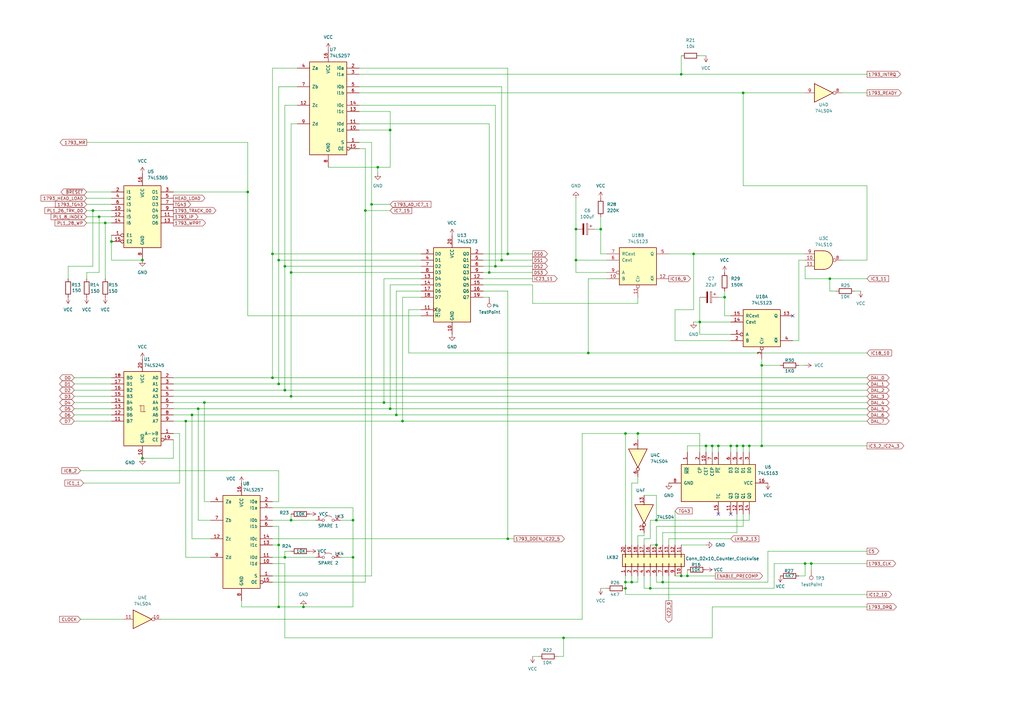
<source format=kicad_sch>
(kicad_sch (version 20230121) (generator eeschema)
  (paper "A3")
  (title_block (title "80 Bus FDC Controller") (date "2023-07-04") (rev "2.0.0"))
  (junction (at 304.8 38.1))
  (junction (at 259.08 238.76))
  (junction (at 101.6 78.74))
  (junction (at 43.18 91.44))
  (junction (at 38.1 86.36))
  (junction (at 114.3 157.48))
  (junction (at 149.86 86.36))
  (junction (at 294.64 182.88))
  (junction (at 269.24 213.36))
  (junction (at 241.3 144.78))
  (junction (at 160.02 53.34))
  (junction (at 256.54 177.8))
  (junction (at 116.84 228.6))
  (junction (at 144.78 228.6))
  (junction (at 114.3 248.92))
  (junction (at 271.78 238.76))
  (junction (at 165.1 172.72))
  (junction (at 81.28 167.64))
  (junction (at 119.38 213.36))
  (junction (at 205.74 106.68))
  (junction (at 287.02 132.08))
  (junction (at 304.8 182.88))
  (junction (at 114.3 223.52))
  (junction (at 40.64 88.9))
  (junction (at 116.84 160.02))
  (junction (at 154.94 68.58))
  (junction (at 144.78 213.36))
  (junction (at 292.1 182.88))
  (junction (at 111.76 104.14))
  (junction (at 307.34 182.88))
  (junction (at 269.24 223.52))
  (junction (at 236.22 106.68))
  (junction (at 58.42 106.68))
  (junction (at 208.28 104.14))
  (junction (at 256.54 238.76))
  (junction (at 152.4 83.82))
  (junction (at 312.42 182.88))
  (junction (at 297.18 121.92))
  (junction (at 111.76 154.94))
  (junction (at 231.14 261.62))
  (junction (at 78.74 170.18))
  (junction (at 279.4 236.22))
  (junction (at 119.38 162.56))
  (junction (at 124.46 248.92))
  (junction (at 279.4 30.48))
  (junction (at 340.36 114.3))
  (junction (at 302.26 182.88))
  (junction (at 236.22 93.98))
  (junction (at 330.2 231.14))
  (junction (at 203.2 109.22))
  (junction (at 266.7 241.3))
  (junction (at 281.94 236.22))
  (junction (at 289.56 182.88))
  (junction (at 119.38 111.76))
  (junction (at 162.56 170.18))
  (junction (at 299.72 182.88))
  (junction (at 45.72 99.06))
  (junction (at 256.54 241.3))
  (junction (at 157.48 165.1))
  (junction (at 332.74 231.14))
  (junction (at 284.48 104.14))
  (junction (at 160.02 167.64))
  (junction (at 200.66 111.76))
  (junction (at 116.84 109.22))
  (junction (at 261.62 177.8))
  (junction (at 76.2 172.72))
  (junction (at 58.42 187.96))
  (junction (at 312.42 149.86))
  (junction (at 114.3 106.68))
  (junction (at 246.38 93.98))
  (junction (at 208.28 220.98))
  (junction (at 83.82 165.1))
  (no_connect (at 325.12 129.54))
  (no_connect (at 294.64 210.82))
  (no_connect (at 299.72 210.82))
  (wire (pts (xy 218.44 116.84) (xy 218.44 124.46)))
  (wire (pts (xy 119.38 213.36) (xy 129.54 213.36)))
  (wire (pts (xy 256.54 177.8) (xy 261.62 177.8)))
  (wire (pts (xy 327.66 236.22) (xy 330.2 236.22)))
  (wire (pts (xy 147.32 45.72) (xy 160.02 45.72)))
  (wire (pts (xy 238.76 177.8) (xy 238.76 254)))
  (wire (pts (xy 264.16 220.98) (xy 266.7 220.98)))
  (wire (pts (xy 114.3 106.68) (xy 172.72 106.68)))
  (wire (pts (xy 281.94 236.22) (xy 293.37 236.22)))
  (wire (pts (xy 119.38 111.76) (xy 119.38 162.56)))
  (wire (pts (xy 121.92 35.56) (xy 114.3 35.56)))
  (wire (pts (xy 276.86 236.22) (xy 279.4 236.22)))
  (wire (pts (xy 292.1 182.88) (xy 292.1 185.42)))
  (wire (pts (xy 157.48 165.1) (xy 355.6 165.1)))
  (wire (pts (xy 340.36 114.3) (xy 355.6 114.3)))
  (wire (pts (xy 261.62 195.58) (xy 261.62 198.12)))
  (wire (pts (xy 264.16 236.22) (xy 264.16 241.3)))
  (wire (pts (xy 345.44 106.68) (xy 355.6 106.68)))
  (wire (pts (xy 236.22 81.28) (xy 236.22 93.98)))
  (wire (pts (xy 269.24 213.36) (xy 307.34 213.36)))
  (wire (pts (xy 264.16 241.3) (xy 266.7 241.3)))
  (wire (pts (xy 76.2 172.72) (xy 165.1 172.72)))
  (wire (pts (xy 198.12 109.22) (xy 203.2 109.22)))
  (wire (pts (xy 246.38 104.14) (xy 246.38 93.98)))
  (wire (pts (xy 299.72 182.88) (xy 302.26 182.88)))
  (wire (pts (xy 231.14 261.62) (xy 292.1 261.62)))
  (wire (pts (xy 116.84 231.14) (xy 116.84 261.62)))
  (wire (pts (xy 330.2 114.3) (xy 340.36 114.3)))
  (wire (pts (xy 307.34 213.36) (xy 307.34 210.82)))
  (wire (pts (xy 30.48 165.1) (xy 45.72 165.1)))
  (wire (pts (xy 35.56 88.9) (xy 40.64 88.9)))
  (wire (pts (xy 43.18 91.44) (xy 43.18 114.3)))
  (wire (pts (xy 147.32 38.1) (xy 304.8 38.1)))
  (wire (pts (xy 281.94 182.88) (xy 289.56 182.88)))
  (wire (pts (xy 261.62 236.22) (xy 261.62 238.76)))
  (wire (pts (xy 111.76 27.94) (xy 111.76 104.14)))
  (wire (pts (xy 198.12 116.84) (xy 218.44 116.84)))
  (wire (pts (xy 340.36 114.3) (xy 340.36 119.38)))
  (wire (pts (xy 256.54 238.76) (xy 256.54 241.3)))
  (wire (pts (xy 147.32 35.56) (xy 205.74 35.56)))
  (wire (pts (xy 119.38 50.8) (xy 119.38 111.76)))
  (wire (pts (xy 198.12 111.76) (xy 200.66 111.76)))
  (wire (pts (xy 312.42 182.88) (xy 355.6 182.88)))
  (wire (pts (xy 297.18 119.38) (xy 297.18 121.92)))
  (wire (pts (xy 332.74 231.14) (xy 355.6 231.14)))
  (wire (pts (xy 165.1 121.92) (xy 165.1 172.72)))
  (wire (pts (xy 124.46 248.92) (xy 144.78 248.92)))
  (wire (pts (xy 256.54 238.76) (xy 259.08 238.76)))
  (wire (pts (xy 304.8 182.88) (xy 307.34 182.88)))
  (wire (pts (xy 200.66 50.8) (xy 147.32 50.8)))
  (wire (pts (xy 147.32 43.18) (xy 203.2 43.18)))
  (wire (pts (xy 73.66 177.8) (xy 73.66 198.12)))
  (wire (pts (xy 162.56 119.38) (xy 162.56 170.18)))
  (wire (pts (xy 71.12 165.1) (xy 83.82 165.1)))
  (wire (pts (xy 121.92 27.94) (xy 111.76 27.94)))
  (wire (pts (xy 71.12 180.34) (xy 71.12 187.96)))
  (wire (pts (xy 330.2 231.14) (xy 317.5 231.14)))
  (wire (pts (xy 116.84 261.62) (xy 231.14 261.62)))
  (wire (pts (xy 248.92 104.14) (xy 246.38 104.14)))
  (wire (pts (xy 269.24 215.9) (xy 269.24 223.52)))
  (wire (pts (xy 111.76 231.14) (xy 116.84 231.14)))
  (wire (pts (xy 30.48 170.18) (xy 45.72 170.18)))
  (wire (pts (xy 86.36 213.36) (xy 81.28 213.36)))
  (wire (pts (xy 147.32 53.34) (xy 160.02 53.34)))
  (wire (pts (xy 302.26 182.88) (xy 302.26 185.42)))
  (wire (pts (xy 345.44 38.1) (xy 355.6 38.1)))
  (wire (pts (xy 35.56 81.28) (xy 45.72 81.28)))
  (wire (pts (xy 256.54 243.84) (xy 355.6 243.84)))
  (wire (pts (xy 34.29 198.12) (xy 73.66 198.12)))
  (wire (pts (xy 198.12 104.14) (xy 208.28 104.14)))
  (wire (pts (xy 203.2 109.22) (xy 218.44 109.22)))
  (wire (pts (xy 287.02 185.42) (xy 287.02 177.8)))
  (wire (pts (xy 342.9 119.38) (xy 340.36 119.38)))
  (wire (pts (xy 269.24 238.76) (xy 271.78 238.76)))
  (wire (pts (xy 317.5 231.14) (xy 317.5 241.3)))
  (wire (pts (xy 152.4 58.42) (xy 152.4 83.82)))
  (wire (pts (xy 83.82 165.1) (xy 157.48 165.1)))
  (wire (pts (xy 114.3 205.74) (xy 114.3 193.04)))
  (wire (pts (xy 271.78 238.76) (xy 314.96 238.76)))
  (wire (pts (xy 111.76 205.74) (xy 114.3 205.74)))
  (wire (pts (xy 30.48 154.94) (xy 45.72 154.94)))
  (wire (pts (xy 299.72 137.16) (xy 287.02 137.16)))
  (wire (pts (xy 297.18 129.54) (xy 299.72 129.54)))
  (wire (pts (xy 259.08 198.12) (xy 261.62 198.12)))
  (wire (pts (xy 119.38 162.56) (xy 355.6 162.56)))
  (wire (pts (xy 81.28 167.64) (xy 81.28 213.36)))
  (wire (pts (xy 111.76 213.36) (xy 119.38 213.36)))
  (wire (pts (xy 246.38 241.3) (xy 248.92 241.3)))
  (wire (pts (xy 248.92 111.76) (xy 236.22 111.76)))
  (wire (pts (xy 279.4 223.52) (xy 289.56 223.52)))
  (wire (pts (xy 284.48 132.08) (xy 287.02 132.08)))
  (wire (pts (xy 330.2 231.14) (xy 330.2 236.22)))
  (wire (pts (xy 205.74 106.68) (xy 218.44 106.68)))
  (wire (pts (xy 271.78 236.22) (xy 271.78 238.76)))
  (wire (pts (xy 101.6 129.54) (xy 101.6 78.74)))
  (wire (pts (xy 139.7 228.6) (xy 144.78 228.6)))
  (wire (pts (xy 198.12 121.92) (xy 200.66 121.92)))
  (wire (pts (xy 302.26 182.88) (xy 304.8 182.88)))
  (wire (pts (xy 172.72 121.92) (xy 165.1 121.92)))
  (wire (pts (xy 121.92 43.18) (xy 116.84 43.18)))
  (wire (pts (xy 236.22 93.98) (xy 236.22 106.68)))
  (wire (pts (xy 259.08 223.52) (xy 259.08 198.12)))
  (wire (pts (xy 116.84 43.18) (xy 116.84 109.22)))
  (wire (pts (xy 114.3 223.52) (xy 114.3 248.92)))
  (wire (pts (xy 30.48 162.56) (xy 45.72 162.56)))
  (wire (pts (xy 269.24 236.22) (xy 269.24 238.76)))
  (wire (pts (xy 266.7 220.98) (xy 266.7 213.36)))
  (wire (pts (xy 114.3 106.68) (xy 114.3 157.48)))
  (wire (pts (xy 71.12 167.64) (xy 81.28 167.64)))
  (wire (pts (xy 35.56 114.3) (xy 35.56 111.76)))
  (wire (pts (xy 198.12 119.38) (xy 208.28 119.38)))
  (wire (pts (xy 149.86 60.96) (xy 149.86 86.36)))
  (wire (pts (xy 119.38 210.82) (xy 119.38 213.36)))
  (wire (pts (xy 43.18 91.44) (xy 45.72 91.44)))
  (wire (pts (xy 111.76 236.22) (xy 152.4 236.22)))
  (wire (pts (xy 81.28 167.64) (xy 160.02 167.64)))
  (wire (pts (xy 111.76 208.28) (xy 144.78 208.28)))
  (wire (pts (xy 203.2 43.18) (xy 203.2 109.22)))
  (wire (pts (xy 304.8 38.1) (xy 330.2 38.1)))
  (wire (pts (xy 200.66 111.76) (xy 200.66 50.8)))
  (wire (pts (xy 205.74 35.56) (xy 205.74 106.68)))
  (wire (pts (xy 111.76 238.76) (xy 149.86 238.76)))
  (wire (pts (xy 111.76 215.9) (xy 114.3 215.9)))
  (wire (pts (xy 45.72 99.06) (xy 45.72 106.68)))
  (wire (pts (xy 330.2 106.68) (xy 327.66 106.68)))
  (wire (pts (xy 35.56 58.42) (xy 101.6 58.42)))
  (wire (pts (xy 71.12 154.94) (xy 111.76 154.94)))
  (wire (pts (xy 116.84 228.6) (xy 129.54 228.6)))
  (wire (pts (xy 134.62 68.58) (xy 154.94 68.58)))
  (wire (pts (xy 256.54 236.22) (xy 256.54 238.76)))
  (wire (pts (xy 294.64 182.88) (xy 299.72 182.88)))
  (wire (pts (xy 76.2 172.72) (xy 76.2 228.6)))
  (wire (pts (xy 167.64 127) (xy 167.64 144.78)))
  (wire (pts (xy 269.24 215.9) (xy 304.8 215.9)))
  (wire (pts (xy 271.78 218.44) (xy 271.78 223.52)))
  (wire (pts (xy 350.52 119.38) (xy 353.06 119.38)))
  (wire (pts (xy 264.16 223.52) (xy 264.16 220.98)))
  (wire (pts (xy 279.4 22.86) (xy 279.4 30.48)))
  (wire (pts (xy 111.76 154.94) (xy 355.6 154.94)))
  (wire (pts (xy 30.48 157.48) (xy 45.72 157.48)))
  (wire (pts (xy 172.72 119.38) (xy 162.56 119.38)))
  (wire (pts (xy 266.7 241.3) (xy 317.5 241.3)))
  (wire (pts (xy 71.12 187.96) (xy 58.42 187.96)))
  (wire (pts (xy 152.4 83.82) (xy 152.4 236.22)))
  (wire (pts (xy 30.48 160.02) (xy 45.72 160.02)))
  (wire (pts (xy 238.76 177.8) (xy 256.54 177.8)))
  (wire (pts (xy 160.02 53.34) (xy 160.02 68.58)))
  (wire (pts (xy 266.7 223.52) (xy 269.24 223.52)))
  (wire (pts (xy 256.54 241.3) (xy 256.54 243.84)))
  (wire (pts (xy 139.7 213.36) (xy 144.78 213.36)))
  (wire (pts (xy 116.84 226.06) (xy 116.84 228.6)))
  (wire (pts (xy 287.02 132.08) (xy 287.02 121.92)))
  (wire (pts (xy 307.34 182.88) (xy 312.42 182.88)))
  (wire (pts (xy 304.8 215.9) (xy 304.8 210.82)))
  (wire (pts (xy 330.2 109.22) (xy 330.2 114.3)))
  (wire (pts (xy 281.94 233.68) (xy 281.94 236.22)))
  (wire (pts (xy 33.02 254) (xy 50.8 254)))
  (wire (pts (xy 312.42 147.32) (xy 312.42 149.86)))
  (wire (pts (xy 66.04 254) (xy 238.76 254)))
  (wire (pts (xy 274.32 236.22) (xy 274.32 246.38)))
  (wire (pts (xy 116.84 160.02) (xy 355.6 160.02)))
  (wire (pts (xy 83.82 165.1) (xy 83.82 205.74)))
  (wire (pts (xy 274.32 104.14) (xy 284.48 104.14)))
  (wire (pts (xy 147.32 60.96) (xy 149.86 60.96)))
  (wire (pts (xy 259.08 236.22) (xy 259.08 238.76)))
  (wire (pts (xy 198.12 114.3) (xy 218.44 114.3)))
  (wire (pts (xy 276.86 127) (xy 276.86 139.7)))
  (wire (pts (xy 307.34 182.88) (xy 307.34 185.42)))
  (wire (pts (xy 149.86 86.36) (xy 149.86 238.76)))
  (wire (pts (xy 111.76 228.6) (xy 116.84 228.6)))
  (wire (pts (xy 261.62 177.8) (xy 287.02 177.8)))
  (wire (pts (xy 71.12 170.18) (xy 78.74 170.18)))
  (wire (pts (xy 200.66 111.76) (xy 218.44 111.76)))
  (wire (pts (xy 172.72 129.54) (xy 101.6 129.54)))
  (wire (pts (xy 38.1 86.36) (xy 45.72 86.36)))
  (wire (pts (xy 27.94 109.22) (xy 38.1 109.22)))
  (wire (pts (xy 218.44 269.24) (xy 220.98 269.24)))
  (wire (pts (xy 314.96 238.76) (xy 314.96 226.06)))
  (wire (pts (xy 231.14 261.62) (xy 231.14 269.24)))
  (wire (pts (xy 144.78 208.28) (xy 144.78 213.36)))
  (wire (pts (xy 71.12 160.02) (xy 116.84 160.02)))
  (wire (pts (xy 292.1 248.92) (xy 355.6 248.92)))
  (wire (pts (xy 71.12 78.74) (xy 101.6 78.74)))
  (wire (pts (xy 172.72 116.84) (xy 160.02 116.84)))
  (wire (pts (xy 86.36 228.6) (xy 76.2 228.6)))
  (wire (pts (xy 116.84 109.22) (xy 116.84 160.02)))
  (wire (pts (xy 302.26 218.44) (xy 271.78 218.44)))
  (wire (pts (xy 160.02 167.64) (xy 355.6 167.64)))
  (wire (pts (xy 149.86 86.36) (xy 160.02 86.36)))
  (wire (pts (xy 71.12 157.48) (xy 114.3 157.48)))
  (wire (pts (xy 114.3 157.48) (xy 355.6 157.48)))
  (wire (pts (xy 284.48 127) (xy 276.86 127)))
  (wire (pts (xy 45.72 96.52) (xy 45.72 99.06)))
  (wire (pts (xy 35.56 78.74) (xy 45.72 78.74)))
  (wire (pts (xy 167.64 144.78) (xy 241.3 144.78)))
  (wire (pts (xy 327.66 139.7) (xy 325.12 139.7)))
  (wire (pts (xy 294.64 121.92) (xy 297.18 121.92)))
  (wire (pts (xy 276.86 209.55) (xy 276.86 223.52)))
  (wire (pts (xy 86.36 220.98) (xy 78.74 220.98)))
  (wire (pts (xy 355.6 106.68) (xy 355.6 76.2)))
  (wire (pts (xy 35.56 91.44) (xy 43.18 91.44)))
  (wire (pts (xy 30.48 167.64) (xy 45.72 167.64)))
  (wire (pts (xy 304.8 182.88) (xy 304.8 185.42)))
  (wire (pts (xy 111.76 104.14) (xy 111.76 154.94)))
  (wire (pts (xy 198.12 106.68) (xy 205.74 106.68)))
  (wire (pts (xy 208.28 27.94) (xy 208.28 104.14)))
  (wire (pts (xy 312.42 149.86) (xy 312.42 182.88)))
  (wire (pts (xy 246.38 93.98) (xy 243.84 93.98)))
  (wire (pts (xy 101.6 58.42) (xy 101.6 78.74)))
  (wire (pts (xy 327.66 149.86) (xy 330.2 149.86)))
  (wire (pts (xy 208.28 220.98) (xy 210.82 220.98)))
  (wire (pts (xy 302.26 210.82) (xy 302.26 218.44)))
  (wire (pts (xy 160.02 68.58) (xy 154.94 68.58)))
  (wire (pts (xy 111.76 220.98) (xy 208.28 220.98)))
  (wire (pts (xy 241.3 114.3) (xy 248.92 114.3)))
  (wire (pts (xy 38.1 109.22) (xy 38.1 86.36)))
  (wire (pts (xy 45.72 106.68) (xy 58.42 106.68)))
  (wire (pts (xy 289.56 182.88) (xy 292.1 182.88)))
  (wire (pts (xy 27.94 114.3) (xy 27.94 109.22)))
  (wire (pts (xy 287.02 132.08) (xy 299.72 132.08)))
  (wire (pts (xy 292.1 261.62) (xy 292.1 248.92)))
  (wire (pts (xy 114.3 248.92) (xy 124.46 248.92)))
  (wire (pts (xy 299.72 182.88) (xy 299.72 185.42)))
  (wire (pts (xy 114.3 193.04) (xy 33.02 193.04)))
  (wire (pts (xy 35.56 83.82) (xy 45.72 83.82)))
  (wire (pts (xy 261.62 177.8) (xy 261.62 180.34)))
  (wire (pts (xy 40.64 111.76) (xy 40.64 88.9)))
  (wire (pts (xy 35.56 86.36) (xy 38.1 86.36)))
  (wire (pts (xy 86.36 205.74) (xy 83.82 205.74)))
  (wire (pts (xy 256.54 177.8) (xy 256.54 223.52)))
  (wire (pts (xy 261.62 223.52) (xy 261.62 219.71)))
  (wire (pts (xy 111.76 104.14) (xy 172.72 104.14)))
  (wire (pts (xy 269.24 203.2) (xy 269.24 213.36)))
  (wire (pts (xy 287.02 137.16) (xy 287.02 132.08)))
  (wire (pts (xy 241.3 144.78) (xy 241.3 114.3)))
  (wire (pts (xy 147.32 58.42) (xy 152.4 58.42)))
  (wire (pts (xy 172.72 114.3) (xy 157.48 114.3)))
  (wire (pts (xy 266.7 213.36) (xy 269.24 213.36)))
  (wire (pts (xy 246.38 88.9) (xy 246.38 93.98)))
  (wire (pts (xy 304.8 76.2) (xy 304.8 38.1)))
  (wire (pts (xy 114.3 215.9) (xy 114.3 223.52)))
  (wire (pts (xy 332.74 231.14) (xy 332.74 233.68)))
  (wire (pts (xy 332.74 231.14) (xy 330.2 231.14)))
  (wire (pts (xy 266.7 236.22) (xy 266.7 241.3)))
  (wire (pts (xy 144.78 213.36) (xy 144.78 228.6)))
  (wire (pts (xy 99.06 246.38) (xy 99.06 248.92)))
  (wire (pts (xy 264.16 218.44) (xy 264.16 219.71)))
  (wire (pts (xy 355.6 76.2) (xy 304.8 76.2)))
  (wire (pts (xy 144.78 228.6) (xy 144.78 248.92)))
  (wire (pts (xy 279.4 30.48) (xy 355.6 30.48)))
  (wire (pts (xy 287.02 22.86) (xy 289.56 22.86)))
  (wire (pts (xy 208.28 104.14) (xy 218.44 104.14)))
  (wire (pts (xy 78.74 170.18) (xy 162.56 170.18)))
  (wire (pts (xy 152.4 83.82) (xy 160.02 83.82)))
  (wire (pts (xy 208.28 119.38) (xy 208.28 220.98)))
  (wire (pts (xy 160.02 116.84) (xy 160.02 167.64)))
  (wire (pts (xy 297.18 121.92) (xy 297.18 129.54)))
  (wire (pts (xy 274.32 220.98) (xy 299.72 220.98)))
  (wire (pts (xy 165.1 172.72) (xy 355.6 172.72)))
  (wire (pts (xy 236.22 106.68) (xy 236.22 111.76)))
  (wire (pts (xy 111.76 223.52) (xy 114.3 223.52)))
  (wire (pts (xy 147.32 30.48) (xy 279.4 30.48)))
  (wire (pts (xy 259.08 238.76) (xy 261.62 238.76)))
  (wire (pts (xy 160.02 45.72) (xy 160.02 53.34)))
  (wire (pts (xy 99.06 248.92) (xy 114.3 248.92)))
  (wire (pts (xy 162.56 170.18) (xy 355.6 170.18)))
  (wire (pts (xy 121.92 50.8) (xy 119.38 50.8)))
  (wire (pts (xy 320.04 149.86) (xy 312.42 149.86)))
  (wire (pts (xy 35.56 111.76) (xy 40.64 111.76)))
  (wire (pts (xy 236.22 106.68) (xy 248.92 106.68)))
  (wire (pts (xy 284.48 104.14) (xy 284.48 127)))
  (wire (pts (xy 119.38 111.76) (xy 172.72 111.76)))
  (wire (pts (xy 147.32 27.94) (xy 208.28 27.94)))
  (wire (pts (xy 154.94 68.58) (xy 154.94 71.12)))
  (wire (pts (xy 241.3 144.78) (xy 355.6 144.78)))
  (wire (pts (xy 71.12 177.8) (xy 73.66 177.8)))
  (wire (pts (xy 172.72 127) (xy 167.64 127)))
  (wire (pts (xy 157.48 114.3) (xy 157.48 165.1)))
  (wire (pts (xy 71.12 172.72) (xy 76.2 172.72)))
  (wire (pts (xy 228.6 269.24) (xy 231.14 269.24)))
  (wire (pts (xy 114.3 35.56) (xy 114.3 106.68)))
  (wire (pts (xy 274.32 223.52) (xy 274.32 220.98)))
  (wire (pts (xy 281.94 185.42) (xy 281.94 182.88)))
  (wire (pts (xy 119.38 226.06) (xy 116.84 226.06)))
  (wire (pts (xy 264.16 203.2) (xy 269.24 203.2)))
  (wire (pts (xy 279.4 236.22) (xy 281.94 236.22)))
  (wire (pts (xy 218.44 124.46) (xy 261.62 124.46)))
  (wire (pts (xy 261.62 121.92) (xy 261.62 124.46)))
  (wire (pts (xy 289.56 185.42) (xy 289.56 182.88)))
  (wire (pts (xy 284.48 104.14) (xy 330.2 104.14)))
  (wire (pts (xy 276.86 139.7) (xy 299.72 139.7)))
  (wire (pts (xy 261.62 219.71) (xy 264.16 219.71)))
  (wire (pts (xy 78.74 170.18) (xy 78.74 220.98)))
  (wire (pts (xy 71.12 162.56) (xy 119.38 162.56)))
  (wire (pts (xy 116.84 109.22) (xy 172.72 109.22)))
  (wire (pts (xy 294.64 182.88) (xy 294.64 185.42)))
  (wire (pts (xy 40.64 88.9) (xy 45.72 88.9)))
  (wire (pts (xy 327.66 106.68) (xy 327.66 139.7)))
  (wire (pts (xy 30.48 172.72) (xy 45.72 172.72)))
  (wire (pts (xy 292.1 182.88) (xy 294.64 182.88)))
  (wire (pts (xy 314.96 226.06) (xy 355.6 226.06)))
  (global_label "DAL_7" (shape bidirectional) (at 355.6 172.72 0) (property "Intersheetrefs" "${INTERSHEET_REFS}" (effects hide)))
  (global_label "IC16_9" (shape output) (at 274.32 114.3 0) (property "Intersheetrefs" "${INTERSHEET_REFS}" (effects hide)))
  (global_label "~{BRESET}" (shape bidirectional) (at 35.56 78.74 180) (property "Intersheetrefs" "${INTERSHEET_REFS}" (effects hide)))
  (global_label "IC3_11" (shape input) (at 355.6 114.3 0) (property "Intersheetrefs" "${INTERSHEET_REFS}" (effects hide)))
  (global_label "HEAD_LOAD" (shape output) (at 71.12 81.28 0) (property "Intersheetrefs" "${INTERSHEET_REFS}" (effects hide)))
  (global_label "1793_WPRT" (shape output) (at 71.12 91.44 0) (property "Intersheetrefs" "${INTERSHEET_REFS}" (effects hide)))
  (global_label "TG43" (shape output) (at 71.12 83.82 0) (property "Intersheetrefs" "${INTERSHEET_REFS}" (effects hide)))
  (global_label "1793_READY" (shape output) (at 355.6 38.1 0) (property "Intersheetrefs" "${INTERSHEET_REFS}" (effects hide)))
  (global_label "DAL_6" (shape bidirectional) (at 355.6 170.18 0) (property "Intersheetrefs" "${INTERSHEET_REFS}" (effects hide)))
  (global_label "1793_A0_IC7_1" (shape input) (at 160.02 83.82 0) (property "Intersheetrefs" "${INTERSHEET_REFS}" (effects hide)))
  (global_label "DS1" (shape output) (at 218.44 106.68 0) (property "Intersheetrefs" "${INTERSHEET_REFS}" (effects hide)))
  (global_label "1793_HEAD_LOAD" (shape input) (at 35.56 81.28 180) (property "Intersheetrefs" "${INTERSHEET_REFS}" (effects hide)))
  (global_label "DAL_0" (shape bidirectional) (at 355.6 154.94 0) (property "Intersheetrefs" "${INTERSHEET_REFS}" (effects hide)))
  (global_label "IC1_1" (shape input) (at 34.29 198.12 180) (property "Intersheetrefs" "${INTERSHEET_REFS}" (effects hide)))
  (global_label "D7" (shape bidirectional) (at 30.48 172.72 180) (property "Intersheetrefs" "${INTERSHEET_REFS}" (effects hide)))
  (global_label "DS2" (shape output) (at 218.44 109.22 0) (property "Intersheetrefs" "${INTERSHEET_REFS}" (effects hide)))
  (global_label "IC18_10" (shape input) (at 355.6 144.78 0) (property "Intersheetrefs" "${INTERSHEET_REFS}" (effects hide)))
  (global_label "D0" (shape bidirectional) (at 30.48 154.94 180) (property "Intersheetrefs" "${INTERSHEET_REFS}" (effects hide)))
  (global_label "IC7_15" (shape input) (at 160.02 86.36 0) (property "Intersheetrefs" "${INTERSHEET_REFS}" (effects hide)))
  (global_label "1793_TG43" (shape input) (at 35.56 83.82 180) (property "Intersheetrefs" "${INTERSHEET_REFS}" (effects hide)))
  (global_label "IC22_9" (shape output) (at 274.32 246.38 270) (property "Intersheetrefs" "${INTERSHEET_REFS}" (effects hide)))
  (global_label "1793_MR" (shape output) (at 35.56 58.42 180) (property "Intersheetrefs" "${INTERSHEET_REFS}" (effects hide)))
  (global_label "IC8_2" (shape input) (at 33.02 193.04 180) (property "Intersheetrefs" "${INTERSHEET_REFS}" (effects hide)))
  (global_label "PL1_26_TRK_00" (shape input) (at 35.56 86.36 180) (property "Intersheetrefs" "${INTERSHEET_REFS}" (effects hide)))
  (global_label "PL1_28_WP" (shape input) (at 35.56 91.44 180) (property "Intersheetrefs" "${INTERSHEET_REFS}" (effects hide)))
  (global_label "DAL_2" (shape bidirectional) (at 355.6 160.02 0) (property "Intersheetrefs" "${INTERSHEET_REFS}" (effects hide)))
  (global_label "DAL_5" (shape bidirectional) (at 355.6 167.64 0) (property "Intersheetrefs" "${INTERSHEET_REFS}" (effects hide)))
  (global_label "DAL_4" (shape bidirectional) (at 355.6 165.1 0) (property "Intersheetrefs" "${INTERSHEET_REFS}" (effects hide)))
  (global_label "1793_INTRQ" (shape output) (at 355.6 30.48 0) (property "Intersheetrefs" "${INTERSHEET_REFS}" (effects hide)))
  (global_label "D5" (shape bidirectional) (at 30.48 167.64 180) (property "Intersheetrefs" "${INTERSHEET_REFS}" (effects hide)))
  (global_label "LKB_2_13" (shape input) (at 299.72 220.98 0) (property "Intersheetrefs" "${INTERSHEET_REFS}" (effects hide)))
  (global_label "1793_DDEN_IC22_5" (shape output) (at 210.82 220.98 0) (property "Intersheetrefs" "${INTERSHEET_REFS}" (effects hide)))
  (global_label "D3" (shape bidirectional) (at 30.48 162.56 180) (property "Intersheetrefs" "${INTERSHEET_REFS}" (effects hide)))
  (global_label "IC3_2_IC24_3" (shape output) (at 355.6 182.88 0) (property "Intersheetrefs" "${INTERSHEET_REFS}" (effects hide)))
  (global_label "DAL_1" (shape bidirectional) (at 355.6 157.48 0) (property "Intersheetrefs" "${INTERSHEET_REFS}" (effects hide)))
  (global_label "DS3" (shape output) (at 218.44 111.76 0) (property "Intersheetrefs" "${INTERSHEET_REFS}" (effects hide)))
  (global_label "IC23_11" (shape output) (at 218.44 114.3 0) (property "Intersheetrefs" "${INTERSHEET_REFS}" (effects hide)))
  (global_label "1793_TRACK_00" (shape output) (at 71.12 86.36 0) (property "Intersheetrefs" "${INTERSHEET_REFS}" (effects hide)))
  (global_label "PL1_8_INDEX" (shape input) (at 35.56 88.9 180) (property "Intersheetrefs" "${INTERSHEET_REFS}" (effects hide)))
  (global_label "1793_IP" (shape output) (at 71.12 88.9 0) (property "Intersheetrefs" "${INTERSHEET_REFS}" (effects hide)))
  (global_label "D2" (shape bidirectional) (at 30.48 160.02 180) (property "Intersheetrefs" "${INTERSHEET_REFS}" (effects hide)))
  (global_label "D1" (shape bidirectional) (at 30.48 157.48 180) (property "Intersheetrefs" "${INTERSHEET_REFS}" (effects hide)))
  (global_label "CLOCK" (shape input) (at 33.02 254 180) (property "Intersheetrefs" "${INTERSHEET_REFS}" (effects hide)))
  (global_label "ENABLE_PRECOMP" (shape output) (at 293.37 236.22 0) (property "Intersheetrefs" "${INTERSHEET_REFS}" (effects hide)))
  (global_label "D4" (shape bidirectional) (at 30.48 165.1 180) (property "Intersheetrefs" "${INTERSHEET_REFS}" (effects hide)))
  (global_label "TG43" (shape input) (at 276.86 209.55 0) (property "Intersheetrefs" "${INTERSHEET_REFS}" (effects hide)))
  (global_label "D6" (shape bidirectional) (at 30.48 170.18 180) (property "Intersheetrefs" "${INTERSHEET_REFS}" (effects hide)))
  (global_label "DS0" (shape output) (at 218.44 104.14 0) (property "Intersheetrefs" "${INTERSHEET_REFS}" (effects hide)))
  (global_label "1793_CLK" (shape output) (at 355.6 231.14 0) (property "Intersheetrefs" "${INTERSHEET_REFS}" (effects hide)))
  (global_label "DAL_3" (shape bidirectional) (at 355.6 162.56 0) (property "Intersheetrefs" "${INTERSHEET_REFS}" (effects hide)))
  (global_label "IC12_10" (shape output) (at 355.6 243.84 0) (property "Intersheetrefs" "${INTERSHEET_REFS}" (effects hide)))
  (global_label "1793_DRQ" (shape output) (at 355.6 248.92 0) (property "Intersheetrefs" "${INTERSHEET_REFS}" (effects hide)))
  (global_label "C5" (shape output) (at 355.6 226.06 0) (property "Intersheetrefs" "${INTERSHEET_REFS}" (effects hide)))
  (symbol (lib_id "74xx:74LS04") (at 261.62 187.96 270) (unit 3)
    (property "Reference" "U4" (at 266.7 186.6899 90) (effects (justify left)))
    (property "Value" "74LS04" (at 266.7 189.2299 90) (effects (justify left)))
    (property "Footprint" "Package_DIP:DIP-14_W7.62mm_Socket" (effects hide))
    (property "Datasheet" "http://www.ti.com/lit/gpn/sn74LS04" (effects hide))
  )
  (symbol (lib_id "power:GND") (at 284.48 132.08 0) (unit 1)
    (property "Reference" "#PWR0148" (effects hide))
    (property "Value" "GND" (at 284.48 137.16 0))
  )
  (symbol (lib_id "74xx:74LS365") (at 58.42 88.9 0) (unit 1)
    (property "Reference" "U5" (at 60.4394 70.358 0) (effects (justify left)))
    (property "Value" "74LS365" (at 60.4394 72.898 0) (effects (justify left)))
    (property "Footprint" "Package_DIP:DIP-16_W7.62mm_Socket" (effects hide))
    (property "Datasheet" "http://www.ti.com/lit/gpn/sn74LS365" (effects hide))
  )
  (symbol (lib_id "power:GND") (at 236.22 81.28 180) (unit 1)
    (property "Reference" "#PWR0147" (effects hide))
    (property "Value" "GND" (at 236.22 76.2 0))
  )
  (symbol (lib_id "power:GND") (at 58.42 187.96 0) (unit 1)
    (property "Reference" "#PWR0138" (effects hide))
    (property "Value" "GND" (at 53.34 189.738 0))
  )
  (symbol (lib_id "power:VCC") (at 43.18 121.92 180) (unit 1)
    (property "Reference" "#PWR0151" (effects hide))
    (property "Value" "VCC" (at 43.18 127 0))
  )
  (symbol (lib_id "power:VCC") (at 27.94 121.92 180) (unit 1)
    (property "Reference" "#PWR0152" (effects hide))
    (property "Value" "VCC" (at 27.94 127 0))
  )
  (symbol (lib_id "Jumper:Jumper_2_Open") (at 134.62 228.6 0) (unit 1)
    (property "Reference" "LK4" (at 139.192 227.076 0))
    (property "Value" "SPARE 2" (at 134.62 230.886 0))
    (property "Footprint" "Button_Switch_THT:SW_DIP_SPSTx01_Slide_6.7x4.1mm_W7.62mm_P2.54mm_LowProfile" (effects hide))
  )
  (symbol (lib_id "power:VCC") (at 127 210.82 270) (unit 1)
    (property "Reference" "#PWR0133" (effects hide))
    (property "Value" "VCC" (at 130.81 210.8199 90) (effects (justify left)))
  )
  (symbol (lib_id "74xx:74LS163") (at 294.64 198.12 270) (unit 1)
    (property "Reference" "U6" (at 314.96 191.5412 90))
    (property "Value" "74LS163" (at 314.96 194.0812 90))
    (property "Footprint" "Package_DIP:DIP-16_W7.62mm_Socket" (effects hide))
    (property "Datasheet" "http://www.ti.com/lit/gpn/sn74LS163" (effects hide))
  )
  (symbol (lib_id "74xx:74LS04") (at 58.42 254 0) (unit 5)
    (property "Reference" "U4" (at 58.42 245.11 0))
    (property "Value" "74LS04" (at 58.42 247.65 0))
    (property "Footprint" "Package_DIP:DIP-14_W7.62mm_Socket" (effects hide))
    (property "Datasheet" "http://www.ti.com/lit/gpn/sn74LS04" (effects hide))
  )
  (symbol (lib_id "74xx:74LS123") (at 312.42 134.62 0) (unit 1)
    (property "Reference" "U18" (at 312.42 121.666 0))
    (property "Value" "74LS123" (at 312.42 124.206 0))
    (property "Footprint" "Package_DIP:DIP-16_W7.62mm_Socket" (effects hide))
    (property "Datasheet" "http://www.ti.com/lit/gpn/sn74LS123" (effects hide))
  )
  (symbol (lib_id "Device:R") (at 323.85 149.86 90) (unit 1)
    (property "Reference" "R30" (at 323.85 147.828 90))
    (property "Value" "1K0" (at 323.85 152.146 90))
    (property "Footprint" "Resistor_THT:R_Axial_DIN0309_L9.0mm_D3.2mm_P12.70mm_Horizontal" (effects hide))
  )
  (symbol (lib_id "74xx:74LS04") (at 337.82 38.1 0) (unit 4)
    (property "Reference" "U4" (at 337.82 42.926 0))
    (property "Value" "74LS04" (at 337.82 45.466 0))
    (property "Footprint" "Package_DIP:DIP-14_W7.62mm_Socket" (effects hide))
    (property "Datasheet" "http://www.ti.com/lit/gpn/sn74LS04" (effects hide))
  )
  (symbol (lib_id "power:GND") (at 154.94 71.12 0) (unit 1)
    (property "Reference" "#PWR0129" (effects hide))
    (property "Value" "GND" (at 154.94 76.2 0))
  )
  (symbol (lib_id "Device:R") (at 224.79 269.24 90) (unit 1)
    (property "Reference" "R22" (at 224.536 266.7 90))
    (property "Value" "10K" (at 224.536 271.78 90))
    (property "Footprint" "Resistor_THT:R_Axial_DIN0309_L9.0mm_D3.2mm_P12.70mm_Horizontal" (effects hide))
  )
  (symbol (lib_id "power:GND") (at 58.42 106.68 0) (unit 1)
    (property "Reference" "#PWR0136" (effects hide))
    (property "Value" "GND" (at 58.42 111.76 0))
  )
  (symbol (lib_id "power:VCC") (at 353.06 119.38 180) (unit 1)
    (property "Reference" "#PWR0146" (effects hide))
    (property "Value" "VCC" (at 353.06 124.46 0))
  )
  (symbol (lib_id "Device:C_Polarized") (at 240.03 93.98 270) (unit 1)
    (property "Reference" "C6" (at 240.919 86.36 90))
    (property "Value" "100uF" (at 240.919 88.9 90))
    (property "Footprint" "Capacitor_THT:C_Disc_D6.0mm_W4.4mm_P5.00mm" (effects hide))
  )
  (symbol (lib_id "Device:R") (at 323.85 236.22 90) (unit 1)
    (property "Reference" "R27" (at 323.596 234.188 90))
    (property "Value" "4K7" (at 323.85 236.22 90))
    (property "Footprint" "Resistor_THT:R_Axial_DIN0309_L9.0mm_D3.2mm_P12.70mm_Horizontal" (effects hide))
  )
  (symbol (lib_id "Device:R") (at 35.56 118.11 0) (unit 1)
    (property "Reference" "R14" (at 36.83 116.84 0) (effects (justify left)))
    (property "Value" "150" (at 37.084 119.38 0) (effects (justify left)))
    (property "Footprint" "Resistor_THT:R_Axial_DIN0309_L9.0mm_D3.2mm_P12.70mm_Horizontal" (effects hide))
  )
  (symbol (lib_id "Device:R") (at 43.18 118.11 0) (unit 1)
    (property "Reference" "R15" (at 44.45 116.84 0) (effects (justify left)))
    (property "Value" "150" (at 44.45 119.38 0) (effects (justify left)))
    (property "Footprint" "Resistor_THT:R_Axial_DIN0309_L9.0mm_D3.2mm_P12.70mm_Horizontal" (effects hide))
  )
  (symbol (lib_id "74xx:74LS257") (at 134.62 43.18 0) (mirror y) (unit 1)
    (property "Reference" "U7" (at 135.1406 20.32 0) (effects (justify right)))
    (property "Value" "74LS257" (at 135.1406 22.86 0) (effects (justify right)))
    (property "Footprint" "Package_DIP:DIP-16_W7.62mm_Socket" (effects hide))
    (property "Datasheet" "http://www.ti.com/lit/gpn/sn74LS257" (effects hide))
  )
  (symbol (lib_id "power:VCC") (at 246.38 81.28 0) (unit 1)
    (property "Reference" "#PWR0149" (effects hide))
    (property "Value" "VCC" (at 246.38 76.2 0))
  )
  (symbol (lib_id "Connector:TestPoint") (at 332.74 233.68 180) (unit 1)
    (property "Reference" "TP3" (at 334.518 237.236 0) (effects (justify right)))
    (property "Value" "TestPoint" (at 328.422 239.776 0) (effects (justify right)))
    (property "Footprint" "TestPoint:TestPoint_THTPad_D1.5mm_Drill0.7mm" (effects hide))
  )
  (symbol (lib_id "Device:R") (at 346.71 119.38 90) (unit 1)
    (property "Reference" "R25" (at 346.71 117.094 90))
    (property "Value" "10K" (at 346.71 121.666 90))
    (property "Footprint" "Resistor_THT:R_Axial_DIN0309_L9.0mm_D3.2mm_P12.70mm_Horizontal" (effects hide))
  )
  (symbol (lib_id "power:VCC") (at 297.18 111.76 0) (unit 1)
    (property "Reference" "#PWR0150" (effects hide))
    (property "Value" "VCC" (at 297.18 106.68 0))
  )
  (symbol (lib_id "power:VCC") (at 185.42 96.52 0) (unit 1)
    (property "Reference" "#PWR0130" (effects hide))
    (property "Value" "VCC" (at 185.42 91.44 0))
  )
  (symbol (lib_id "Device:R") (at 297.18 115.57 0) (unit 1)
    (property "Reference" "R29" (at 299.72 114.2999 0) (effects (justify left)))
    (property "Value" "150K" (at 299.72 116.8399 0) (effects (justify left)))
    (property "Footprint" "Resistor_THT:R_Axial_DIN0309_L9.0mm_D3.2mm_P12.70mm_Horizontal" (effects hide))
  )
  (symbol (lib_id "74xx:74LS123") (at 261.62 109.22 0) (unit 2)
    (property "Reference" "U18" (at 261.62 96.52 0))
    (property "Value" "74LS123" (at 261.62 99.06 0))
    (property "Footprint" "Package_DIP:DIP-16_W7.62mm_Socket" (effects hide))
    (property "Datasheet" "http://www.ti.com/lit/gpn/sn74LS123" (effects hide))
  )
  (symbol (lib_id "power:VCC") (at 58.42 147.32 0) (unit 1)
    (property "Reference" "#PWR0135" (effects hide))
    (property "Value" "VCC" (at 58.42 142.24 0))
  )
  (symbol (lib_id "power:VCC") (at 58.42 71.12 0) (unit 1)
    (property "Reference" "#PWR0137" (effects hide))
    (property "Value" "VCC" (at 58.42 66.04 0))
  )
  (symbol (lib_id "Device:R") (at 123.19 226.06 90) (unit 1)
    (property "Reference" "R24" (at 117.602 224.028 90))
    (property "Value" "10K" (at 123.444 226.06 90))
    (property "Footprint" "Resistor_THT:R_Axial_DIN0309_L9.0mm_D3.2mm_P12.70mm_Horizontal" (effects hide))
  )
  (symbol (lib_id "Device:R") (at 283.21 22.86 90) (unit 1)
    (property "Reference" "R21" (at 283.21 16.51 90))
    (property "Value" "10k" (at 283.21 19.05 90))
    (property "Footprint" "Resistor_THT:R_Axial_DIN0309_L9.0mm_D3.2mm_P12.70mm_Horizontal" (effects hide))
  )
  (symbol (lib_id "Device:R") (at 123.19 210.82 90) (unit 1)
    (property "Reference" "R23" (at 116.586 210.312 90))
    (property "Value" "10K" (at 123.19 210.82 90))
    (property "Footprint" "Resistor_THT:R_Axial_DIN0309_L9.0mm_D3.2mm_P12.70mm_Horizontal" (effects hide))
  )
  (symbol (lib_id "74xx:74LS04") (at 264.16 210.82 270) (unit 6)
    (property "Reference" "U4" (at 260.858 201.168 90) (effects (justify left)))
    (property "Value" "74LS04" (at 269.24 212.0899 90) (effects (justify left)))
    (property "Footprint" "Package_DIP:DIP-14_W7.62mm_Socket" (effects hide))
    (property "Datasheet" "http://www.ti.com/lit/gpn/sn74LS04" (effects hide))
  )
  (symbol (lib_id "power:VCC") (at 320.04 236.22 180) (unit 1)
    (property "Reference" "#PWR0144" (effects hide))
    (property "Value" "VCC" (at 320.04 240.538 0))
  )
  (symbol (lib_id "Connector:TestPoint") (at 200.66 121.92 180) (unit 1)
    (property "Reference" "P4" (at 201.93 125.476 0) (effects (justify right)))
    (property "Value" "TestPoint" (at 196.342 128.016 0) (effects (justify right)))
    (property "Footprint" "TestPoint:TestPoint_THTPad_D1.5mm_Drill0.7mm" (effects hide))
  )
  (symbol (lib_id "power:VCC") (at 127 226.06 270) (unit 1)
    (property "Reference" "#PWR0134" (effects hide))
    (property "Value" "VCC" (at 132.08 226.06 90))
  )
  (symbol (lib_id "74xx:74LS257") (at 99.06 220.98 0) (mirror y) (unit 1)
    (property "Reference" "U8" (at 99.5806 198.374 0) (effects (justify right)))
    (property "Value" "74LS257" (at 99.5806 200.914 0) (effects (justify right)))
    (property "Footprint" "Package_DIP:DIP-16_W7.62mm_Socket" (effects hide))
    (property "Datasheet" "http://www.ti.com/lit/gpn/sn74LS257" (effects hide))
  )
  (symbol (lib_id "Connector_Generic:Conn_02x10_Counter_Clockwise") (at 266.7 231.14 90) (unit 1)
    (property "Reference" "LKB2" (at 253.746 228.5999 90) (effects (justify left)))
    (property "Value" "Conn_02x10_Counter_Clockwise" (at 311.404 229.108 90) (effects (justify left)))
    (property "Footprint" "Package_DIP:DIP-20_W7.62mm_Socket" (effects hide))
  )
  (symbol (lib_id "power:VCC") (at 246.38 241.3 180) (unit 1)
    (property "Reference" "#PWR0140" (effects hide))
    (property "Value" "VCC" (at 246.38 246.38 0))
  )
  (symbol (lib_id "Device:C_Polarized") (at 290.83 121.92 270) (unit 1)
    (property "Reference" "C7" (at 291.719 114.3 90))
    (property "Value" "22uF" (at 291.719 116.84 90))
    (property "Footprint" "Capacitor_THT:C_Disc_D6.0mm_W4.4mm_P5.00mm" (effects hide))
  )
  (symbol (lib_id "Jumper:Jumper_2_Open") (at 134.62 213.36 0) (unit 1)
    (property "Reference" "LK3" (at 139.192 211.836 0))
    (property "Value" "SPARE 1" (at 134.62 215.646 0))
    (property "Footprint" "Button_Switch_THT:SW_DIP_SPSTx01_Slide_6.7x4.1mm_W7.62mm_P2.54mm_LowProfile" (effects hide))
  )
  (symbol (lib_id "power:VCC") (at 134.62 20.32 0) (unit 1)
    (property "Reference" "#PWR0128" (effects hide))
    (property "Value" "VCC" (at 134.62 15.24 0))
  )
  (symbol (lib_id "power:VCC") (at 289.56 22.86 180) (unit 1)
    (property "Reference" "#PWR0131" (effects hide))
    (property "Value" "VCC" (at 289.56 27.94 0))
  )
  (symbol (lib_id "74xx:74LS273") (at 185.42 116.84 0) (unit 1)
    (property "Reference" "U13" (at 187.4394 96.52 0) (effects (justify left)))
    (property "Value" "74LS273" (at 187.4394 99.06 0) (effects (justify left)))
    (property "Footprint" "Package_DIP:DIP-20_W7.62mm_Socket" (effects hide))
    (property "Datasheet" "http://www.ti.com/lit/gpn/sn74LS273" (effects hide))
  )
  (symbol (lib_id "power:VCC") (at 314.96 198.12 180) (unit 1)
    (property "Reference" "#PWR0142" (effects hide))
    (property "Value" "VCC" (at 314.96 203.2 0))
  )
  (symbol (lib_id "Device:R") (at 285.75 233.68 90) (unit 1)
    (property "Reference" "R16" (at 285.496 231.648 90))
    (property "Value" "10K" (at 285.496 233.68 90))
    (property "Footprint" "Resistor_THT:R_Axial_DIN0309_L9.0mm_D3.2mm_P12.70mm_Horizontal" (effects hide))
  )
  (symbol (lib_id "power:GND") (at 124.46 248.92 180) (unit 1)
    (property "Reference" "#PWR0127" (effects hide))
    (property "Value" "GND" (at 124.46 243.84 0))
  )
  (symbol (lib_id "power:VCC") (at 99.06 198.12 0) (unit 1)
    (property "Reference" "#PWR0139" (effects hide))
    (property "Value" "VCC" (at 94.742 196.342 0))
  )
  (symbol (lib_id "power:VCC") (at 289.56 233.68 270) (unit 1)
    (property "Reference" "#PWR0156" (effects hide))
    (property "Value" "VCC" (at 294.64 233.68 90))
  )
  (symbol (lib_id "power:GND") (at 274.32 198.12 0) (unit 1)
    (property "Reference" "#PWR0143" (effects hide))
    (property "Value" "GND" (at 274.32 203.2 0))
  )
  (symbol (lib_id "power:GND") (at 289.56 223.52 90) (unit 1)
    (property "Reference" "#PWR0157" (effects hide))
    (property "Value" "GND" (at 293.37 223.5199 90) (effects (justify right)))
  )
  (symbol (lib_id "power:VCC") (at 330.2 149.86 270) (unit 1)
    (property "Reference" "#PWR0145" (effects hide))
    (property "Value" "VCC" (at 334.01 149.8599 90) (effects (justify left)))
  )
  (symbol (lib_id "Device:R") (at 252.73 241.3 90) (unit 1)
    (property "Reference" "R26" (at 252.222 239.014 90))
    (property "Value" "4K7" (at 252.222 243.84 90))
    (property "Footprint" "Resistor_THT:R_Axial_DIN0309_L9.0mm_D3.2mm_P12.70mm_Horizontal" (effects hide))
  )
  (symbol (lib_id "power:GND") (at 185.42 137.16 0) (unit 1)
    (property "Reference" "#PWR0132" (effects hide))
    (property "Value" "GND" (at 185.42 142.24 0))
  )
  (symbol (lib_id "Device:R") (at 246.38 85.09 0) (unit 1)
    (property "Reference" "R28" (at 248.92 83.8199 0) (effects (justify left)))
    (property "Value" "220K" (at 248.92 86.3599 0) (effects (justify left)))
    (property "Footprint" "Resistor_THT:R_Axial_DIN0309_L9.0mm_D3.2mm_P12.70mm_Horizontal" (effects hide))
  )
  (symbol (lib_id "power:VCC") (at 218.44 269.24 180) (unit 1)
    (property "Reference" "#PWR0141" (effects hide))
    (property "Value" "VCC" (at 218.44 274.32 0))
  )
  (symbol (lib_id "power:VCC") (at 35.56 121.92 180) (unit 1)
    (property "Reference" "#PWR0153" (effects hide))
    (property "Value" "VCC" (at 35.56 127 0))
  )
  (symbol (lib_id "Device:R") (at 27.94 118.11 0) (unit 1)
    (property "Reference" "R13" (at 29.21 116.84 0) (effects (justify left)))
    (property "Value" "150" (at 29.464 119.126 0) (effects (justify left)))
    (property "Footprint" "Resistor_THT:R_Axial_DIN0309_L9.0mm_D3.2mm_P12.70mm_Horizontal" (effects hide))
  )
  (symbol (lib_id "74xx:74LS245") (at 58.42 167.64 0) (mirror y) (unit 1)
    (property "Reference" "U1" (at 58.9406 147.32 0) (effects (justify right)))
    (property "Value" "74LS245" (at 58.9406 149.86 0) (effects (justify right)))
    (property "Footprint" "Package_DIP:DIP-20_W7.62mm_Socket" (effects hide))
    (property "Datasheet" "http://www.ti.com/lit/gpn/sn74LS245" (effects hide))
  )
  (symbol (lib_id "74xx:74LS10") (at 337.82 106.68 0) (unit 3)
    (property "Reference" "U3" (at 337.82 97.79 0))
    (property "Value" "74LS10" (at 337.82 100.33 0))
    (property "Footprint" "Package_DIP:DIP-14_W7.62mm_Socket" (effects hide))
    (property "Datasheet" "http://www.ti.com/lit/gpn/sn74LS10" (effects hide))
  )
)
</source>
